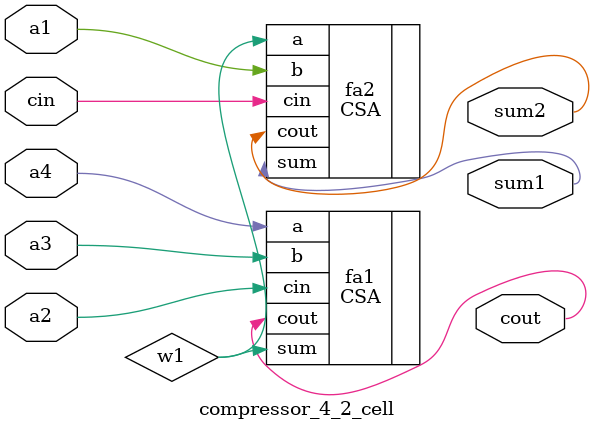
<source format=v>
`default_nettype none
module compressor_4_2_cell(
    input wire a1,
    input wire a2,
    input wire a3,
    input wire a4,

    input wire cin,


    output wire cout,
    output wire sum1,
    output wire sum2
);
    wire w1;
    CSA fa1(
        .a(a4),
        .b(a3),
        .cin(a2),
        .cout(cout),
        .sum(w1)
    );
    CSA fa2(
        .a(w1),
        .b(a1),
        .cin(cin),
        .cout(sum2),
        .sum(sum1)
    );
endmodule
</source>
